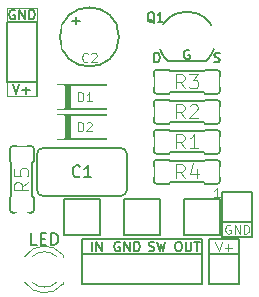
<source format=gto>
G04 #@! TF.GenerationSoftware,KiCad,Pcbnew,(5.99.0-1129-g103b0c18d)*
G04 #@! TF.CreationDate,2020-03-21T11:47:11+02:00*
G04 #@! TF.ProjectId,superduro,73757065-7264-4757-926f-2e6b69636164,rev?*
G04 #@! TF.SameCoordinates,Original*
G04 #@! TF.FileFunction,Legend,Top*
G04 #@! TF.FilePolarity,Positive*
%FSLAX46Y46*%
G04 Gerber Fmt 4.6, Leading zero omitted, Abs format (unit mm)*
G04 Created by KiCad (PCBNEW (5.99.0-1129-g103b0c18d)) date 2020-03-21 11:47:11*
%MOMM*%
%LPD*%
G01*
G04 APERTURE LIST*
%ADD10C,0.152400*%
%ADD11C,0.127000*%
%ADD12C,0.120000*%
%ADD13C,0.100000*%
%ADD14C,0.150000*%
%ADD15C,0.101600*%
%ADD16C,0.097536*%
%ADD17O,2.134000X2.134000*%
%ADD18R,2.134000X2.134000*%
%ADD19O,2.642000X2.642000*%
%ADD20R,2.642000X2.642000*%
%ADD21O,2.032400X2.032400*%
%ADD22R,2.032400X2.032400*%
%ADD23O,2.102000X2.102000*%
%ADD24C,1.902000*%
%ADD25R,1.902000X1.902000*%
%ADD26R,2.102000X2.102000*%
G04 APERTURE END LIST*
D10*
X80454500Y-66484500D02*
X82994500Y-66484500D01*
X82994500Y-66484500D02*
X82994500Y-69024500D01*
X82994500Y-69024500D02*
X80454500Y-69024500D01*
X80454500Y-69024500D02*
X80454500Y-66484500D01*
X80454500Y-69024500D02*
X80454500Y-70294500D01*
X80454500Y-70294500D02*
X82994500Y-70294500D01*
X82994500Y-70294500D02*
X82994500Y-69024500D01*
X79375000Y-70485000D02*
X79375000Y-71755000D01*
X81915000Y-70485000D02*
X79375000Y-70485000D01*
X81915000Y-71755000D02*
X81915000Y-70485000D01*
X81915000Y-71755000D02*
X81915000Y-74295000D01*
X79375000Y-71755000D02*
X81915000Y-71755000D01*
X79375000Y-74295000D02*
X79375000Y-71755000D01*
X81915000Y-74295000D02*
X79375000Y-74295000D01*
D11*
X80264000Y-70104000D02*
X80264000Y-67056000D01*
X77216000Y-70104000D02*
X80264000Y-70104000D01*
X77216000Y-67056000D02*
X77216000Y-70104000D01*
X75184000Y-70104000D02*
X75184000Y-67056000D01*
X72136000Y-70104000D02*
X75184000Y-70104000D01*
X72136000Y-67056000D02*
X72136000Y-70104000D01*
X70104000Y-70104000D02*
X70104000Y-67056000D01*
X67056000Y-70104000D02*
X70104000Y-70104000D01*
X67056000Y-67056000D02*
X67056000Y-70104000D01*
X77216000Y-67056000D02*
X80264000Y-67056000D01*
X72136000Y-67056000D02*
X75184000Y-67056000D01*
X67056000Y-67056000D02*
X70104000Y-67056000D01*
X62230000Y-57150000D02*
X62230000Y-52070000D01*
X64770000Y-52070000D02*
X64770000Y-57150000D01*
X64770000Y-57150000D02*
X62230000Y-57150000D01*
X64770000Y-52070000D02*
X62230000Y-52070000D01*
X64770000Y-57150000D02*
X64770000Y-58356500D01*
D12*
X64770000Y-52070000D02*
X64770000Y-50863500D01*
X64770000Y-50863500D02*
X62230000Y-50863500D01*
X62230000Y-50863500D02*
X62230000Y-52070000D01*
X64770000Y-58356500D02*
X62230000Y-58356500D01*
X62230000Y-58356500D02*
X62230000Y-57150000D01*
D10*
X75838700Y-55372017D02*
X79100700Y-55372017D01*
X79100701Y-55372018D02*
G75*
G03*
X78438600Y-51384217I-1631301J1778018D01*
G01*
X76500801Y-51384218D02*
G75*
G03*
X75838700Y-55372017I969199J-2209782D01*
G01*
X78438900Y-51384217D02*
G75*
G03*
X76500500Y-51384217I-969200J-2209800D01*
G01*
X62484000Y-67961000D02*
G75*
G03*
X62738000Y-68215000I254000J0D01*
G01*
X64516000Y-67961000D02*
G75*
G02*
X64262000Y-68215000I-254000J0D01*
G01*
X64262000Y-62595000D02*
G75*
G02*
X64516000Y-62849000I0J-254000D01*
G01*
X62738000Y-62595000D02*
G75*
G03*
X62484000Y-62849000I0J-254000D01*
G01*
X64262000Y-68215000D02*
X62738000Y-68215000D01*
X62484000Y-67961000D02*
X62484000Y-66945000D01*
X62611000Y-66818000D02*
X62484000Y-66945000D01*
X64516000Y-67961000D02*
X64516000Y-66945000D01*
X64389000Y-66818000D02*
X64516000Y-66945000D01*
X62611000Y-63992000D02*
X62484000Y-63865000D01*
X62611000Y-63992000D02*
X62611000Y-66818000D01*
X64389000Y-63992000D02*
X64516000Y-63865000D01*
X64389000Y-63992000D02*
X64389000Y-66818000D01*
X62484000Y-62849000D02*
X62484000Y-63865000D01*
X64516000Y-62849000D02*
X64516000Y-63865000D01*
X64262000Y-62595000D02*
X62738000Y-62595000D01*
X74914000Y-63754000D02*
G75*
G03*
X74660000Y-64008000I0J-254000D01*
G01*
X74914000Y-65786000D02*
G75*
G02*
X74660000Y-65532000I0J254000D01*
G01*
X80280000Y-65532000D02*
G75*
G02*
X80026000Y-65786000I-254000J0D01*
G01*
X80280000Y-64008000D02*
G75*
G03*
X80026000Y-63754000I-254000J0D01*
G01*
X74660000Y-65532000D02*
X74660000Y-64008000D01*
X74914000Y-63754000D02*
X75930000Y-63754000D01*
X76057000Y-63881000D02*
X75930000Y-63754000D01*
X74914000Y-65786000D02*
X75930000Y-65786000D01*
X76057000Y-65659000D02*
X75930000Y-65786000D01*
X78883000Y-63881000D02*
X79010000Y-63754000D01*
X78883000Y-63881000D02*
X76057000Y-63881000D01*
X78883000Y-65659000D02*
X79010000Y-65786000D01*
X78883000Y-65659000D02*
X76057000Y-65659000D01*
X80026000Y-63754000D02*
X79010000Y-63754000D01*
X80026000Y-65786000D02*
X79010000Y-65786000D01*
X80280000Y-65532000D02*
X80280000Y-64008000D01*
X74914000Y-56134000D02*
G75*
G03*
X74660000Y-56388000I0J-254000D01*
G01*
X74914000Y-58166000D02*
G75*
G02*
X74660000Y-57912000I0J254000D01*
G01*
X80280000Y-57912000D02*
G75*
G02*
X80026000Y-58166000I-254000J0D01*
G01*
X80280000Y-56388000D02*
G75*
G03*
X80026000Y-56134000I-254000J0D01*
G01*
X74660000Y-57912000D02*
X74660000Y-56388000D01*
X74914000Y-56134000D02*
X75930000Y-56134000D01*
X76057000Y-56261000D02*
X75930000Y-56134000D01*
X74914000Y-58166000D02*
X75930000Y-58166000D01*
X76057000Y-58039000D02*
X75930000Y-58166000D01*
X78883000Y-56261000D02*
X79010000Y-56134000D01*
X78883000Y-56261000D02*
X76057000Y-56261000D01*
X78883000Y-58039000D02*
X79010000Y-58166000D01*
X78883000Y-58039000D02*
X76057000Y-58039000D01*
X80026000Y-56134000D02*
X79010000Y-56134000D01*
X80026000Y-58166000D02*
X79010000Y-58166000D01*
X80280000Y-57912000D02*
X80280000Y-56388000D01*
X74914000Y-58674000D02*
G75*
G03*
X74660000Y-58928000I0J-254000D01*
G01*
X74914000Y-60706000D02*
G75*
G02*
X74660000Y-60452000I0J254000D01*
G01*
X80280000Y-60452000D02*
G75*
G02*
X80026000Y-60706000I-254000J0D01*
G01*
X80280000Y-58928000D02*
G75*
G03*
X80026000Y-58674000I-254000J0D01*
G01*
X74660000Y-60452000D02*
X74660000Y-58928000D01*
X74914000Y-58674000D02*
X75930000Y-58674000D01*
X76057000Y-58801000D02*
X75930000Y-58674000D01*
X74914000Y-60706000D02*
X75930000Y-60706000D01*
X76057000Y-60579000D02*
X75930000Y-60706000D01*
X78883000Y-58801000D02*
X79010000Y-58674000D01*
X78883000Y-58801000D02*
X76057000Y-58801000D01*
X78883000Y-60579000D02*
X79010000Y-60706000D01*
X78883000Y-60579000D02*
X76057000Y-60579000D01*
X80026000Y-58674000D02*
X79010000Y-58674000D01*
X80026000Y-60706000D02*
X79010000Y-60706000D01*
X80280000Y-60452000D02*
X80280000Y-58928000D01*
X74914000Y-61214000D02*
G75*
G03*
X74660000Y-61468000I0J-254000D01*
G01*
X74914000Y-63246000D02*
G75*
G02*
X74660000Y-62992000I0J254000D01*
G01*
X80280000Y-62992000D02*
G75*
G02*
X80026000Y-63246000I-254000J0D01*
G01*
X80280000Y-61468000D02*
G75*
G03*
X80026000Y-61214000I-254000J0D01*
G01*
X74660000Y-62992000D02*
X74660000Y-61468000D01*
X74914000Y-61214000D02*
X75930000Y-61214000D01*
X76057000Y-61341000D02*
X75930000Y-61214000D01*
X74914000Y-63246000D02*
X75930000Y-63246000D01*
X76057000Y-63119000D02*
X75930000Y-63246000D01*
X78883000Y-61341000D02*
X79010000Y-61214000D01*
X78883000Y-61341000D02*
X76057000Y-61341000D01*
X78883000Y-63119000D02*
X79010000Y-63246000D01*
X78883000Y-63119000D02*
X76057000Y-63119000D01*
X80026000Y-61214000D02*
X79010000Y-61214000D01*
X80026000Y-63246000D02*
X79010000Y-63246000D01*
X80280000Y-62992000D02*
X80280000Y-61468000D01*
D11*
X68580000Y-71755000D02*
X78740000Y-71755000D01*
X78740000Y-74295000D02*
X68580000Y-74295000D01*
X68580000Y-74295000D02*
X68580000Y-71755000D01*
X78740000Y-74295000D02*
X78740000Y-71755000D01*
X78740000Y-70485000D02*
X68580000Y-70485000D01*
X68580000Y-71755000D02*
X68580000Y-70485000D01*
X78740000Y-71755000D02*
X78740000Y-70485000D01*
D12*
X63732665Y-74103608D02*
G75*
G03*
X66965000Y-74260516I1672335J1078608D01*
G01*
X63732665Y-71946392D02*
G75*
G02*
X66965000Y-71789484I1672335J-1078608D01*
G01*
X64363870Y-74104837D02*
G75*
G03*
X66445961Y-74105000I1041130J1079837D01*
G01*
X64363870Y-71945163D02*
G75*
G02*
X66445961Y-71945000I1041130J-1079837D01*
G01*
X66965000Y-74261000D02*
X66965000Y-74105000D01*
X66965000Y-71945000D02*
X66965000Y-71789000D01*
D10*
X70866000Y-60198000D02*
G75*
G03*
X70612000Y-59944000I-254000J0D01*
G01*
X70866000Y-60198000D02*
X70866000Y-61722000D01*
X70866000Y-61722000D02*
G75*
G02*
X70612000Y-61976000I-254000J0D01*
G01*
X66548000Y-59944000D02*
G75*
G03*
X66294000Y-60198000I0J-254000D01*
G01*
X66548000Y-61976000D02*
G75*
G02*
X66294000Y-61722000I0J254000D01*
G01*
X66548000Y-61976000D02*
X70612000Y-61976000D01*
X66294000Y-60198000D02*
X66294000Y-61722000D01*
X66548000Y-59944000D02*
X70612000Y-59944000D01*
G36*
X67691000Y-61976000D02*
G01*
X67183000Y-61976000D01*
X67183000Y-59944000D01*
X67691000Y-59944000D01*
X67691000Y-61976000D01*
G37*
X70866000Y-57658000D02*
G75*
G03*
X70612000Y-57404000I-254000J0D01*
G01*
X70866000Y-57658000D02*
X70866000Y-59182000D01*
X70866000Y-59182000D02*
G75*
G02*
X70612000Y-59436000I-254000J0D01*
G01*
X66548000Y-57404000D02*
G75*
G03*
X66294000Y-57658000I0J-254000D01*
G01*
X66548000Y-59436000D02*
G75*
G02*
X66294000Y-59182000I0J254000D01*
G01*
X66548000Y-59436000D02*
X70612000Y-59436000D01*
X66294000Y-57658000D02*
X66294000Y-59182000D01*
X66548000Y-57404000D02*
X70612000Y-57404000D01*
G36*
X67691000Y-59436000D02*
G01*
X67183000Y-59436000D01*
X67183000Y-57404000D01*
X67691000Y-57404000D01*
X67691000Y-59436000D01*
G37*
X71715000Y-53340000D02*
G75*
G03*
X71715000Y-53340000I-2500000J0D01*
G01*
X68072000Y-51663600D02*
X68072000Y-52298600D01*
X68402200Y-51968400D02*
X67741800Y-51968400D01*
X65278000Y-62738000D02*
X71882000Y-62738000D01*
X72390000Y-63246000D02*
G75*
G03*
X71882000Y-62738000I-508000J0D01*
G01*
X72390000Y-63246000D02*
X72390000Y-66294000D01*
X71882000Y-66802000D02*
G75*
G03*
X72390000Y-66294000I0J508000D01*
G01*
X71882000Y-66802000D02*
X65278000Y-66802000D01*
X64770000Y-66294000D02*
G75*
G03*
X65278000Y-66802000I508000J0D01*
G01*
X64770000Y-66294000D02*
X64770000Y-63246000D01*
X65278000Y-62738000D02*
G75*
G03*
X64770000Y-63246000I0J-508000D01*
G01*
D13*
X81153071Y-69284500D02*
X81081642Y-69248785D01*
X80974500Y-69248785D01*
X80867357Y-69284500D01*
X80795928Y-69355928D01*
X80760214Y-69427357D01*
X80724500Y-69570214D01*
X80724500Y-69677357D01*
X80760214Y-69820214D01*
X80795928Y-69891642D01*
X80867357Y-69963071D01*
X80974500Y-69998785D01*
X81045928Y-69998785D01*
X81153071Y-69963071D01*
X81188785Y-69927357D01*
X81188785Y-69677357D01*
X81045928Y-69677357D01*
X81510214Y-69998785D02*
X81510214Y-69248785D01*
X81938785Y-69998785D01*
X81938785Y-69248785D01*
X82295928Y-69998785D02*
X82295928Y-69248785D01*
X82474500Y-69248785D01*
X82581642Y-69284500D01*
X82653071Y-69355928D01*
X82688785Y-69427357D01*
X82724500Y-69570214D01*
X82724500Y-69677357D01*
X82688785Y-69820214D01*
X82653071Y-69891642D01*
X82581642Y-69963071D01*
X82474500Y-69998785D01*
X82295928Y-69998785D01*
X79883095Y-70681904D02*
X80149761Y-71481904D01*
X80416428Y-70681904D01*
X80683095Y-71177142D02*
X81292619Y-71177142D01*
X80987857Y-71481904D02*
X80987857Y-70872380D01*
X80230617Y-66897310D02*
X79789382Y-66897310D01*
X80010000Y-66897310D02*
X80010000Y-66125150D01*
X79936460Y-66235459D01*
X79862921Y-66308998D01*
X79789382Y-66345767D01*
D14*
X62738095Y-57346904D02*
X63004761Y-58146904D01*
X63271428Y-57346904D01*
X63538095Y-57842142D02*
X64147619Y-57842142D01*
X63842857Y-58146904D02*
X63842857Y-57537380D01*
X62890476Y-51098500D02*
X62814285Y-51060404D01*
X62700000Y-51060404D01*
X62585714Y-51098500D01*
X62509523Y-51174690D01*
X62471428Y-51250880D01*
X62433333Y-51403261D01*
X62433333Y-51517547D01*
X62471428Y-51669928D01*
X62509523Y-51746119D01*
X62585714Y-51822309D01*
X62700000Y-51860404D01*
X62776190Y-51860404D01*
X62890476Y-51822309D01*
X62928571Y-51784214D01*
X62928571Y-51517547D01*
X62776190Y-51517547D01*
X63271428Y-51860404D02*
X63271428Y-51060404D01*
X63728571Y-51860404D01*
X63728571Y-51060404D01*
X64109523Y-51860404D02*
X64109523Y-51060404D01*
X64300000Y-51060404D01*
X64414285Y-51098500D01*
X64490476Y-51174690D01*
X64528571Y-51250880D01*
X64566666Y-51403261D01*
X64566666Y-51517547D01*
X64528571Y-51669928D01*
X64490476Y-51746119D01*
X64414285Y-51822309D01*
X64300000Y-51860404D01*
X64109523Y-51860404D01*
X74718309Y-52146095D02*
X74642119Y-52108000D01*
X74565928Y-52031809D01*
X74451642Y-51917523D01*
X74375452Y-51879428D01*
X74299261Y-51879428D01*
X74337357Y-52069904D02*
X74261166Y-52031809D01*
X74184976Y-51955619D01*
X74146880Y-51803238D01*
X74146880Y-51536571D01*
X74184976Y-51384190D01*
X74261166Y-51308000D01*
X74337357Y-51269904D01*
X74489738Y-51269904D01*
X74565928Y-51308000D01*
X74642119Y-51384190D01*
X74680214Y-51536571D01*
X74680214Y-51803238D01*
X74642119Y-51955619D01*
X74565928Y-52031809D01*
X74489738Y-52069904D01*
X74337357Y-52069904D01*
X75442119Y-52069904D02*
X74984976Y-52069904D01*
X75213547Y-52069904D02*
X75213547Y-51269904D01*
X75137357Y-51384190D01*
X75061166Y-51460380D01*
X74984976Y-51498476D01*
X77679523Y-54464000D02*
X77603333Y-54425904D01*
X77489047Y-54425904D01*
X77374761Y-54464000D01*
X77298571Y-54540190D01*
X77260476Y-54616380D01*
X77222380Y-54768761D01*
X77222380Y-54883047D01*
X77260476Y-55035428D01*
X77298571Y-55111619D01*
X77374761Y-55187809D01*
X77489047Y-55225904D01*
X77565238Y-55225904D01*
X77679523Y-55187809D01*
X77717619Y-55149714D01*
X77717619Y-54883047D01*
X77565238Y-54883047D01*
X79781428Y-55441809D02*
X79895714Y-55479904D01*
X80086190Y-55479904D01*
X80162380Y-55441809D01*
X80200476Y-55403714D01*
X80238571Y-55327523D01*
X80238571Y-55251333D01*
X80200476Y-55175142D01*
X80162380Y-55137047D01*
X80086190Y-55098952D01*
X79933809Y-55060857D01*
X79857619Y-55022761D01*
X79819523Y-54984666D01*
X79781428Y-54908476D01*
X79781428Y-54832285D01*
X79819523Y-54756095D01*
X79857619Y-54718000D01*
X79933809Y-54679904D01*
X80124285Y-54679904D01*
X80238571Y-54718000D01*
X74720476Y-55479904D02*
X74720476Y-54679904D01*
X74910952Y-54679904D01*
X75025238Y-54718000D01*
X75101428Y-54794190D01*
X75139523Y-54870380D01*
X75177619Y-55022761D01*
X75177619Y-55137047D01*
X75139523Y-55289428D01*
X75101428Y-55365619D01*
X75025238Y-55441809D01*
X74910952Y-55479904D01*
X74720476Y-55479904D01*
D15*
X64045797Y-65606083D02*
X63471273Y-66008250D01*
X64045797Y-66295511D02*
X62839297Y-66295511D01*
X62839297Y-65835892D01*
X62896750Y-65720988D01*
X62954202Y-65663535D01*
X63069107Y-65606083D01*
X63241464Y-65606083D01*
X63356369Y-65663535D01*
X63413821Y-65720988D01*
X63471273Y-65835892D01*
X63471273Y-66295511D01*
X62839297Y-64514488D02*
X62839297Y-65089011D01*
X63413821Y-65146464D01*
X63356369Y-65089011D01*
X63298916Y-64974107D01*
X63298916Y-64686845D01*
X63356369Y-64571940D01*
X63413821Y-64514488D01*
X63528726Y-64457035D01*
X63815988Y-64457035D01*
X63930892Y-64514488D01*
X63988345Y-64571940D01*
X64045797Y-64686845D01*
X64045797Y-64974107D01*
X63988345Y-65089011D01*
X63930892Y-65146464D01*
X77268916Y-65315797D02*
X76866750Y-64741273D01*
X76579488Y-65315797D02*
X76579488Y-64109297D01*
X77039107Y-64109297D01*
X77154011Y-64166750D01*
X77211464Y-64224202D01*
X77268916Y-64339107D01*
X77268916Y-64511464D01*
X77211464Y-64626369D01*
X77154011Y-64683821D01*
X77039107Y-64741273D01*
X76579488Y-64741273D01*
X78303059Y-64511464D02*
X78303059Y-65315797D01*
X78015797Y-64051845D02*
X77728535Y-64913630D01*
X78475416Y-64913630D01*
X77268916Y-57695797D02*
X76866750Y-57121273D01*
X76579488Y-57695797D02*
X76579488Y-56489297D01*
X77039107Y-56489297D01*
X77154011Y-56546750D01*
X77211464Y-56604202D01*
X77268916Y-56719107D01*
X77268916Y-56891464D01*
X77211464Y-57006369D01*
X77154011Y-57063821D01*
X77039107Y-57121273D01*
X76579488Y-57121273D01*
X77671083Y-56489297D02*
X78417964Y-56489297D01*
X78015797Y-56948916D01*
X78188154Y-56948916D01*
X78303059Y-57006369D01*
X78360511Y-57063821D01*
X78417964Y-57178726D01*
X78417964Y-57465988D01*
X78360511Y-57580892D01*
X78303059Y-57638345D01*
X78188154Y-57695797D01*
X77843440Y-57695797D01*
X77728535Y-57638345D01*
X77671083Y-57580892D01*
X77268916Y-60235797D02*
X76866750Y-59661273D01*
X76579488Y-60235797D02*
X76579488Y-59029297D01*
X77039107Y-59029297D01*
X77154011Y-59086750D01*
X77211464Y-59144202D01*
X77268916Y-59259107D01*
X77268916Y-59431464D01*
X77211464Y-59546369D01*
X77154011Y-59603821D01*
X77039107Y-59661273D01*
X76579488Y-59661273D01*
X77728535Y-59144202D02*
X77785988Y-59086750D01*
X77900892Y-59029297D01*
X78188154Y-59029297D01*
X78303059Y-59086750D01*
X78360511Y-59144202D01*
X78417964Y-59259107D01*
X78417964Y-59374011D01*
X78360511Y-59546369D01*
X77671083Y-60235797D01*
X78417964Y-60235797D01*
X77268916Y-62775797D02*
X76866750Y-62201273D01*
X76579488Y-62775797D02*
X76579488Y-61569297D01*
X77039107Y-61569297D01*
X77154011Y-61626750D01*
X77211464Y-61684202D01*
X77268916Y-61799107D01*
X77268916Y-61971464D01*
X77211464Y-62086369D01*
X77154011Y-62143821D01*
X77039107Y-62201273D01*
X76579488Y-62201273D01*
X78417964Y-62775797D02*
X77728535Y-62775797D01*
X78073250Y-62775797D02*
X78073250Y-61569297D01*
X77958345Y-61741654D01*
X77843440Y-61856559D01*
X77728535Y-61914011D01*
D14*
X69430952Y-71481904D02*
X69430952Y-70681904D01*
X69811904Y-71481904D02*
X69811904Y-70681904D01*
X70269047Y-71481904D01*
X70269047Y-70681904D01*
X71780476Y-70720000D02*
X71704285Y-70681904D01*
X71590000Y-70681904D01*
X71475714Y-70720000D01*
X71399523Y-70796190D01*
X71361428Y-70872380D01*
X71323333Y-71024761D01*
X71323333Y-71139047D01*
X71361428Y-71291428D01*
X71399523Y-71367619D01*
X71475714Y-71443809D01*
X71590000Y-71481904D01*
X71666190Y-71481904D01*
X71780476Y-71443809D01*
X71818571Y-71405714D01*
X71818571Y-71139047D01*
X71666190Y-71139047D01*
X72161428Y-71481904D02*
X72161428Y-70681904D01*
X72618571Y-71481904D01*
X72618571Y-70681904D01*
X72999523Y-71481904D02*
X72999523Y-70681904D01*
X73190000Y-70681904D01*
X73304285Y-70720000D01*
X73380476Y-70796190D01*
X73418571Y-70872380D01*
X73456666Y-71024761D01*
X73456666Y-71139047D01*
X73418571Y-71291428D01*
X73380476Y-71367619D01*
X73304285Y-71443809D01*
X73190000Y-71481904D01*
X72999523Y-71481904D01*
X74244285Y-71443809D02*
X74358571Y-71481904D01*
X74549047Y-71481904D01*
X74625238Y-71443809D01*
X74663333Y-71405714D01*
X74701428Y-71329523D01*
X74701428Y-71253333D01*
X74663333Y-71177142D01*
X74625238Y-71139047D01*
X74549047Y-71100952D01*
X74396666Y-71062857D01*
X74320476Y-71024761D01*
X74282380Y-70986666D01*
X74244285Y-70910476D01*
X74244285Y-70834285D01*
X74282380Y-70758095D01*
X74320476Y-70720000D01*
X74396666Y-70681904D01*
X74587142Y-70681904D01*
X74701428Y-70720000D01*
X74968095Y-70681904D02*
X75158571Y-71481904D01*
X75310952Y-70910476D01*
X75463333Y-71481904D01*
X75653809Y-70681904D01*
X76670000Y-70681904D02*
X76822380Y-70681904D01*
X76898571Y-70720000D01*
X76974761Y-70796190D01*
X77012857Y-70948571D01*
X77012857Y-71215238D01*
X76974761Y-71367619D01*
X76898571Y-71443809D01*
X76822380Y-71481904D01*
X76670000Y-71481904D01*
X76593809Y-71443809D01*
X76517619Y-71367619D01*
X76479523Y-71215238D01*
X76479523Y-70948571D01*
X76517619Y-70796190D01*
X76593809Y-70720000D01*
X76670000Y-70681904D01*
X77355714Y-70681904D02*
X77355714Y-71329523D01*
X77393809Y-71405714D01*
X77431904Y-71443809D01*
X77508095Y-71481904D01*
X77660476Y-71481904D01*
X77736666Y-71443809D01*
X77774761Y-71405714D01*
X77812857Y-71329523D01*
X77812857Y-70681904D01*
X78079523Y-70681904D02*
X78536666Y-70681904D01*
X78308095Y-71481904D02*
X78308095Y-70681904D01*
X64762142Y-70937380D02*
X64285952Y-70937380D01*
X64285952Y-69937380D01*
X65095476Y-70413571D02*
X65428809Y-70413571D01*
X65571666Y-70937380D02*
X65095476Y-70937380D01*
X65095476Y-69937380D01*
X65571666Y-69937380D01*
X66000238Y-70937380D02*
X66000238Y-69937380D01*
X66238333Y-69937380D01*
X66381190Y-69985000D01*
X66476428Y-70080238D01*
X66524047Y-70175476D01*
X66571666Y-70365952D01*
X66571666Y-70508809D01*
X66524047Y-70699285D01*
X66476428Y-70794523D01*
X66381190Y-70889761D01*
X66238333Y-70937380D01*
X66000238Y-70937380D01*
D13*
X68280428Y-61299285D02*
X68280428Y-60549285D01*
X68459000Y-60549285D01*
X68566142Y-60585000D01*
X68637571Y-60656428D01*
X68673285Y-60727857D01*
X68709000Y-60870714D01*
X68709000Y-60977857D01*
X68673285Y-61120714D01*
X68637571Y-61192142D01*
X68566142Y-61263571D01*
X68459000Y-61299285D01*
X68280428Y-61299285D01*
X68994714Y-60620714D02*
X69030428Y-60585000D01*
X69101857Y-60549285D01*
X69280428Y-60549285D01*
X69351857Y-60585000D01*
X69387571Y-60620714D01*
X69423285Y-60692142D01*
X69423285Y-60763571D01*
X69387571Y-60870714D01*
X68959000Y-61299285D01*
X69423285Y-61299285D01*
X68280428Y-58759285D02*
X68280428Y-58009285D01*
X68459000Y-58009285D01*
X68566142Y-58045000D01*
X68637571Y-58116428D01*
X68673285Y-58187857D01*
X68709000Y-58330714D01*
X68709000Y-58437857D01*
X68673285Y-58580714D01*
X68637571Y-58652142D01*
X68566142Y-58723571D01*
X68459000Y-58759285D01*
X68280428Y-58759285D01*
X69423285Y-58759285D02*
X68994714Y-58759285D01*
X69209000Y-58759285D02*
X69209000Y-58009285D01*
X69137571Y-58116428D01*
X69066142Y-58187857D01*
X68994714Y-58223571D01*
D16*
X69086306Y-55393771D02*
X69049537Y-55430540D01*
X68939228Y-55467310D01*
X68865689Y-55467310D01*
X68755380Y-55430540D01*
X68681841Y-55357001D01*
X68645072Y-55283462D01*
X68608302Y-55136384D01*
X68608302Y-55026076D01*
X68645072Y-54878998D01*
X68681841Y-54805459D01*
X68755380Y-54731920D01*
X68865689Y-54695150D01*
X68939228Y-54695150D01*
X69049537Y-54731920D01*
X69086306Y-54768689D01*
X69380462Y-54768689D02*
X69417232Y-54731920D01*
X69490771Y-54695150D01*
X69674619Y-54695150D01*
X69748158Y-54731920D01*
X69784927Y-54768689D01*
X69821697Y-54842228D01*
X69821697Y-54915767D01*
X69784927Y-55026076D01*
X69343693Y-55467310D01*
X69821697Y-55467310D01*
D14*
X68413333Y-65127142D02*
X68365714Y-65174761D01*
X68222857Y-65222380D01*
X68127619Y-65222380D01*
X67984761Y-65174761D01*
X67889523Y-65079523D01*
X67841904Y-64984285D01*
X67794285Y-64793809D01*
X67794285Y-64650952D01*
X67841904Y-64460476D01*
X67889523Y-64365238D01*
X67984761Y-64270000D01*
X68127619Y-64222380D01*
X68222857Y-64222380D01*
X68365714Y-64270000D01*
X68413333Y-64317619D01*
X69365714Y-65222380D02*
X68794285Y-65222380D01*
X69080000Y-65222380D02*
X69080000Y-64222380D01*
X68984761Y-64365238D01*
X68889523Y-64460476D01*
X68794285Y-64508095D01*
%LPC*%
D17*
X81724500Y-67754500D03*
D18*
X80645000Y-73025000D03*
D19*
X68580000Y-68580000D03*
X73660000Y-68580000D03*
D20*
X78740000Y-68580000D03*
D21*
X63500000Y-53340000D03*
D22*
X63500000Y-55880000D03*
D21*
X80010000Y-53340000D03*
X77470000Y-53340000D03*
D22*
X74930000Y-53340000D03*
D23*
X63500000Y-61595000D03*
X63500000Y-69215000D03*
X81280000Y-64770000D03*
X73660000Y-64770000D03*
X81280000Y-57150000D03*
X73660000Y-57150000D03*
X81280000Y-59690000D03*
X73660000Y-59690000D03*
X81280000Y-62230000D03*
X73660000Y-62230000D03*
D21*
X77470000Y-73025000D03*
X74930000Y-73025000D03*
X72390000Y-73025000D03*
D22*
X69850000Y-73025000D03*
D24*
X64135000Y-73025000D03*
D25*
X66675000Y-73025000D03*
D26*
X66040000Y-60960000D03*
D23*
X71120000Y-60960000D03*
D26*
X66040000Y-58420000D03*
D23*
X71120000Y-58420000D03*
D21*
X70485000Y-53340000D03*
D22*
X67945000Y-53340000D03*
D23*
X71120000Y-64770000D03*
X66040000Y-64770000D03*
M02*

</source>
